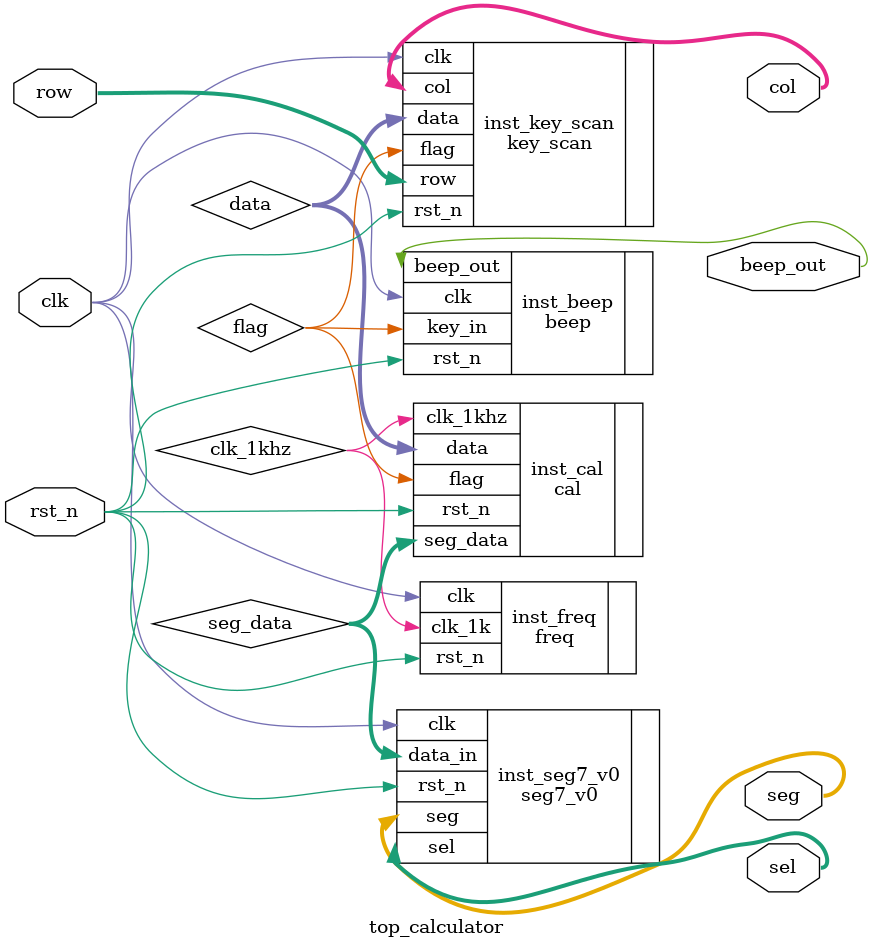
<source format=v>
module top_calculator (
	input clk,    // Clock
	input [3:0] row,
	input rst_n,  // Asynchronous reset active low
	output beep_out,
	output [2:0] sel,
	output [7:0] seg,
	output [3:0] col
);

	wire clk_1khz;
	wire [3:0]data;
	wire [23:0]seg_data;

	freq  inst_freq (
		.clk(clk), 
		.rst_n(rst_n), 
		.clk_1k(clk_1khz)
		);


	cal inst_cal (
		.clk_1khz (clk_1khz),
		.flag     (flag),
		.rst_n    (rst_n),
		.data     (data),
		.seg_data (seg_data)
	);


	seg7_v0 inst_seg7_v0 (
			.clk     (clk),
			.rst_n   (rst_n),
			.data_in (seg_data),
			.sel     (sel),
			.seg     (seg)
		);


	key_scan  inst_key_scan (
			.clk   (clk),
			.rst_n (rst_n),
			.row   (row),
			.col   (col),
			.flag  (flag),
			.data  (data)
		);


		beep inst_beep (
			.clk      (clk),
			.rst_n    (rst_n),
			.key_in   (flag),
			.beep_out (beep_out)
		);


endmodule
</source>
